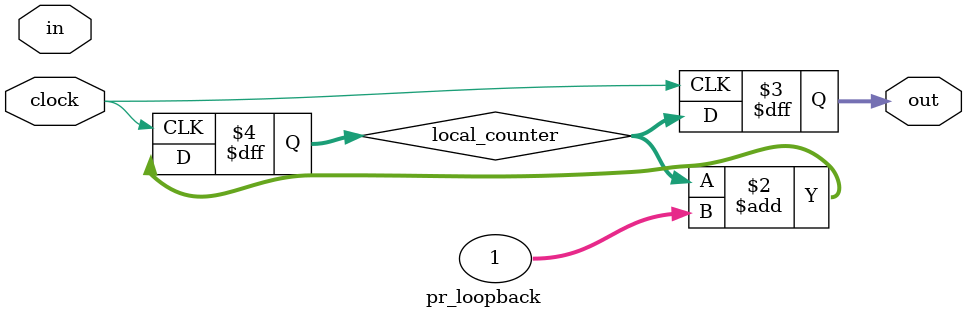
<source format=v>
`timescale 1ns / 1ps

module pr_loopback(
    input clock,
    input [31:0] in,
    output reg [31:0] out
    );

    reg [31:0] local_counter;
    reg [31:0] cached_input;
    
    always @(posedge clock) begin
        local_counter <= local_counter + 1;
        out <= local_counter;
        cached_input <= in;
    end

endmodule

</source>
